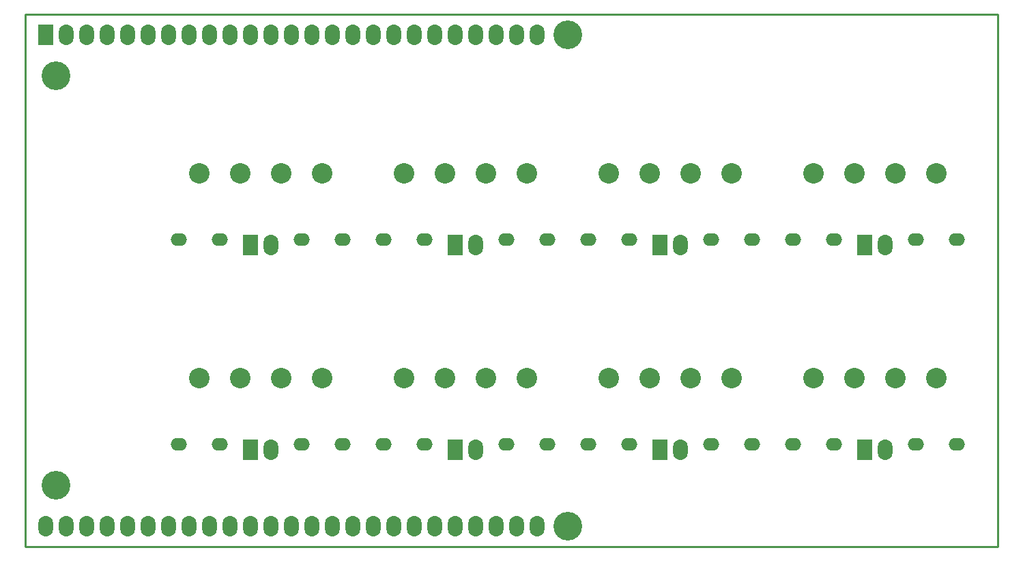
<source format=gts>
G04 #@! TF.GenerationSoftware,KiCad,Pcbnew,no-vcs-found-7625~57~ubuntu16.04.1*
G04 #@! TF.CreationDate,2017-02-13T10:02:40-05:00*
G04 #@! TF.ProjectId,high_power_switch_controller_5x3,686967685F706F7765725F7377697463,1.0*
G04 #@! TF.FileFunction,Soldermask,Top*
G04 #@! TF.FilePolarity,Negative*
%FSLAX46Y46*%
G04 Gerber Fmt 4.6, Leading zero omitted, Abs format (unit mm)*
G04 Created by KiCad (PCBNEW no-vcs-found-7625~57~ubuntu16.04.1) date Mon Feb 13 10:02:40 2017*
%MOMM*%
%LPD*%
G01*
G04 APERTURE LIST*
%ADD10C,0.100000*%
%ADD11C,0.228600*%
%ADD12O,2.032000X1.524000*%
%ADD13O,1.854200X2.540000*%
%ADD14R,1.854200X2.540000*%
%ADD15C,3.556000*%
%ADD16C,2.540000*%
G04 APERTURE END LIST*
D10*
D11*
X190500000Y-72390000D02*
X69850000Y-72390000D01*
X190500000Y-138430000D02*
X190500000Y-72390000D01*
X69850000Y-138430000D02*
X190500000Y-138430000D01*
X69850000Y-72390000D02*
X69850000Y-138430000D01*
D12*
X88900000Y-100330000D03*
X93980000Y-100330000D03*
X114300000Y-100330000D03*
X119380000Y-100330000D03*
X139700000Y-100330000D03*
X144780000Y-100330000D03*
X165100000Y-100330000D03*
X170180000Y-100330000D03*
X88900000Y-125730000D03*
X93980000Y-125730000D03*
X114300000Y-125730000D03*
X119380000Y-125730000D03*
X139700000Y-125730000D03*
X144780000Y-125730000D03*
X165100000Y-125730000D03*
X170180000Y-125730000D03*
D13*
X74930000Y-74930000D03*
X77470000Y-74930000D03*
D14*
X72390000Y-74930000D03*
D13*
X80010000Y-74930000D03*
X82550000Y-74930000D03*
X85090000Y-74930000D03*
X87630000Y-74930000D03*
X90170000Y-74930000D03*
X92710000Y-74930000D03*
X95250000Y-74930000D03*
X97790000Y-74930000D03*
X100330000Y-74930000D03*
X102870000Y-74930000D03*
X105410000Y-74930000D03*
X107950000Y-74930000D03*
X110490000Y-74930000D03*
X110490000Y-135890000D03*
X107950000Y-135890000D03*
X105410000Y-135890000D03*
X102870000Y-135890000D03*
X100330000Y-135890000D03*
X97790000Y-135890000D03*
X95250000Y-135890000D03*
X92710000Y-135890000D03*
X90170000Y-135890000D03*
X87630000Y-135890000D03*
X85090000Y-135890000D03*
X82550000Y-135890000D03*
X80010000Y-135890000D03*
X77470000Y-135890000D03*
X74930000Y-135890000D03*
X72390000Y-135890000D03*
D15*
X73660000Y-80010000D03*
X73660000Y-130810000D03*
X137160000Y-135890000D03*
X137160000Y-74930000D03*
D13*
X113030000Y-135890000D03*
X115570000Y-135890000D03*
X118110000Y-135890000D03*
X120650000Y-135890000D03*
X123190000Y-135890000D03*
X125730000Y-135890000D03*
X128270000Y-135890000D03*
X130810000Y-135890000D03*
X133350000Y-135890000D03*
X113030000Y-74930000D03*
X115570000Y-74930000D03*
X118110000Y-74930000D03*
X120650000Y-74930000D03*
X123190000Y-74930000D03*
X125730000Y-74930000D03*
X128270000Y-74930000D03*
X130810000Y-74930000D03*
X133350000Y-74930000D03*
D16*
X132080000Y-92075000D03*
X116840000Y-92075000D03*
X121920000Y-92075000D03*
X127000000Y-92075000D03*
X182880000Y-92075000D03*
X167640000Y-92075000D03*
X172720000Y-92075000D03*
X177800000Y-92075000D03*
X132080000Y-117475000D03*
X116840000Y-117475000D03*
X121920000Y-117475000D03*
X127000000Y-117475000D03*
X177800000Y-117475000D03*
X172720000Y-117475000D03*
X167640000Y-117475000D03*
X182880000Y-117475000D03*
D14*
X97790000Y-100965000D03*
D13*
X100330000Y-100965000D03*
X125730000Y-100965000D03*
D14*
X123190000Y-100965000D03*
X148590000Y-100965000D03*
D13*
X151130000Y-100965000D03*
X176530000Y-100965000D03*
D14*
X173990000Y-100965000D03*
D13*
X100330000Y-126365000D03*
D14*
X97790000Y-126365000D03*
X123190000Y-126365000D03*
D13*
X125730000Y-126365000D03*
X151130000Y-126365000D03*
D14*
X148590000Y-126365000D03*
X173990000Y-126365000D03*
D13*
X176530000Y-126365000D03*
D16*
X106680000Y-92075000D03*
X91440000Y-92075000D03*
X96520000Y-92075000D03*
X101600000Y-92075000D03*
X152400000Y-92075000D03*
X147320000Y-92075000D03*
X142240000Y-92075000D03*
X157480000Y-92075000D03*
X101600000Y-117475000D03*
X96520000Y-117475000D03*
X91440000Y-117475000D03*
X106680000Y-117475000D03*
X157480000Y-117475000D03*
X142240000Y-117475000D03*
X147320000Y-117475000D03*
X152400000Y-117475000D03*
D12*
X104140000Y-100330000D03*
X109220000Y-100330000D03*
X134620000Y-100330000D03*
X129540000Y-100330000D03*
X160020000Y-100330000D03*
X154940000Y-100330000D03*
X180340000Y-100330000D03*
X185420000Y-100330000D03*
X109220000Y-125730000D03*
X104140000Y-125730000D03*
X129540000Y-125730000D03*
X134620000Y-125730000D03*
X160020000Y-125730000D03*
X154940000Y-125730000D03*
X180340000Y-125730000D03*
X185420000Y-125730000D03*
M02*

</source>
